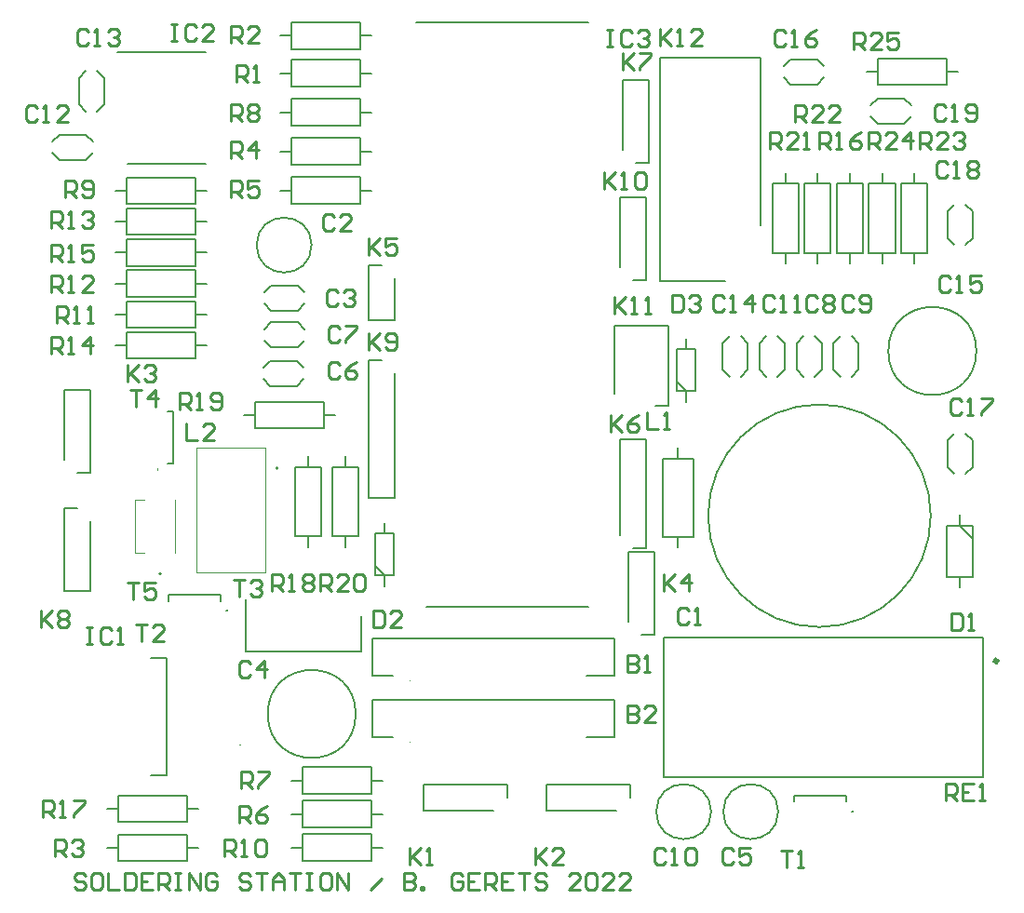
<source format=gto>
G04*
G04 #@! TF.GenerationSoftware,Altium Limited,Altium Designer,21.9.2 (33)*
G04*
G04 Layer_Color=65535*
%FSLAX25Y25*%
%MOIN*%
G70*
G04*
G04 #@! TF.SameCoordinates,FCC0D48B-1CBD-4A19-82D4-69B650A40008*
G04*
G04*
G04 #@! TF.FilePolarity,Positive*
G04*
G01*
G75*
%ADD10C,0.01575*%
%ADD11C,0.00787*%
%ADD12C,0.00394*%
%ADD13C,0.01000*%
D10*
X359381Y85953D02*
G03*
X359381Y85953I-495J0D01*
G01*
D11*
X307693Y32000D02*
G03*
X307299Y32000I-197J0D01*
G01*
D02*
G03*
X307693Y32000I197J0D01*
G01*
D02*
G03*
X307299Y32000I-197J0D01*
G01*
X83693Y103963D02*
G03*
X83299Y103963I-197J0D01*
G01*
D02*
G03*
X83693Y103963I197J0D01*
G01*
D02*
G03*
X83299Y103963I-197J0D01*
G01*
X58790Y154307D02*
G03*
X58790Y154701I0J197D01*
G01*
D02*
G03*
X58790Y154307I0J-197D01*
G01*
D02*
G03*
X58790Y154701I0J197D01*
G01*
X101811Y155000D02*
G03*
X101024Y155000I-394J0D01*
G01*
D02*
G03*
X101811Y155000I394J0D01*
G01*
X335547Y138000D02*
G03*
X335547Y138000I-39862J0D01*
G01*
X129638Y67000D02*
G03*
X129638Y67000I-15748J0D01*
G01*
X351858Y197000D02*
G03*
X351858Y197000I-15748J0D01*
G01*
X113842Y234937D02*
G03*
X113842Y234937I-9843J0D01*
G01*
X280906Y32000D02*
G03*
X280906Y32000I-9843J0D01*
G01*
X256906D02*
G03*
X256906Y32000I-9843J0D01*
G01*
X59213Y117255D02*
G03*
X60000Y117255I394J0D01*
G01*
D02*
G03*
X59213Y117255I-394J0D01*
G01*
X240000Y44236D02*
X354173D01*
X240000D02*
Y94236D01*
X354173D01*
Y44236D02*
Y94236D01*
X286630Y35543D02*
Y37630D01*
X305370D01*
Y35543D02*
Y37630D01*
X81370Y107506D02*
Y109592D01*
X62630D02*
X81370D01*
X62630Y107506D02*
Y109592D01*
X62334Y175370D02*
X64420D01*
Y156630D02*
Y175370D01*
X62334Y156630D02*
X64420D01*
X96800Y218000D02*
X99300Y220500D01*
X108800D01*
X111300Y218000D01*
X96800Y214000D02*
X99300Y211500D01*
X108800D01*
X111300Y214000D01*
X96500Y191000D02*
X99000Y193500D01*
X108500D01*
X111000Y191000D01*
X96500Y187000D02*
X99000Y184500D01*
X108500D01*
X111000Y187000D01*
X96800Y204802D02*
X99300Y207302D01*
X108800D01*
X111300Y204802D01*
X96800Y200802D02*
X99300Y198302D01*
X108800D01*
X111300Y200802D01*
X287447Y190300D02*
X289947Y187800D01*
X287447Y190300D02*
Y199800D01*
X289947Y202300D01*
X293947Y187800D02*
X296447Y190300D01*
Y199800D01*
X293947Y202300D02*
X296447Y199800D01*
X300667Y190300D02*
X303167Y187800D01*
X300667Y190300D02*
Y199800D01*
X303167Y202300D01*
X307167Y187800D02*
X309667Y190300D01*
Y199800D01*
X307167Y202300D02*
X309667Y199800D01*
X274226Y190300D02*
X276726Y187800D01*
X274226Y190300D02*
Y199800D01*
X276726Y202300D01*
X280726Y187800D02*
X283226Y190300D01*
Y199800D01*
X280726Y202300D02*
X283226Y199800D01*
X33000Y265500D02*
X35500Y268000D01*
X23500Y265500D02*
X33000D01*
X21000Y268000D02*
X23500Y265500D01*
X33000Y274500D02*
X35500Y272000D01*
X23500Y274500D02*
X33000D01*
X21000Y272000D02*
X23500Y274500D01*
X30500Y285300D02*
X33000Y282800D01*
X30500Y285300D02*
Y294800D01*
X33000Y297300D01*
X37000Y282800D02*
X39500Y285300D01*
Y294800D01*
X37000Y297300D02*
X39500Y294800D01*
X261006Y190300D02*
X263506Y187800D01*
X261006Y190300D02*
Y199800D01*
X263506Y202300D01*
X267506Y187800D02*
X270006Y190300D01*
Y199800D01*
X267506Y202300D02*
X270006Y199800D01*
X282800Y299000D02*
X285300Y301500D01*
X294800D01*
X297300Y299000D01*
X282800Y295000D02*
X285300Y292500D01*
X294800D01*
X297300Y295000D01*
X348000Y167500D02*
X350500Y165000D01*
Y155500D02*
Y165000D01*
X348000Y153000D02*
X350500Y155500D01*
X341500Y165000D02*
X344000Y167500D01*
X341500Y155500D02*
Y165000D01*
Y155500D02*
X344000Y153000D01*
X348000Y249500D02*
X350500Y247000D01*
Y237500D02*
Y247000D01*
X348000Y235000D02*
X350500Y237500D01*
X341500Y247000D02*
X344000Y249500D01*
X341500Y237500D02*
Y247000D01*
Y237500D02*
X344000Y235000D01*
X326000Y278500D02*
X328500Y281000D01*
X316500Y278500D02*
X326000D01*
X314000Y281000D02*
X316500Y278500D01*
X326000Y287500D02*
X328500Y285000D01*
X316500Y287500D02*
X326000D01*
X314000Y285000D02*
X316500Y287500D01*
X131748Y89421D02*
Y102000D01*
X90252Y89421D02*
X131748D01*
X90252D02*
Y107886D01*
X183772Y37000D02*
Y41598D01*
X154000D02*
X183772D01*
X154000Y32398D02*
Y41598D01*
Y32398D02*
X179000D01*
X227772Y37000D02*
Y41598D01*
X198000D02*
X227772D01*
X198000Y32398D02*
Y41598D01*
Y32398D02*
X223000D01*
X30000Y153228D02*
X34598D01*
Y183000D01*
X25398D02*
X34598D01*
X25398Y158000D02*
Y183000D01*
X25402Y140772D02*
X30000D01*
X25402Y111000D02*
Y140772D01*
Y111000D02*
X34602D01*
Y136000D01*
X237000Y177506D02*
X241598D01*
Y206206D01*
X222398D02*
X241598D01*
X222398Y181706D02*
Y206206D01*
X346000Y112228D02*
Y116000D01*
X341374Y116091D02*
X350626D01*
X346000Y134500D02*
Y138260D01*
Y134398D02*
X350626Y129772D01*
X341374Y134398D02*
X350626D01*
X341374Y116091D02*
Y134398D01*
X350626Y116091D02*
Y134398D01*
X238594Y222132D02*
X262000D01*
X238594Y302132D02*
X274618D01*
Y242132D02*
Y302132D01*
X238594Y222132D02*
Y302132D01*
X136614Y116575D02*
Y131551D01*
X143386D01*
Y116575D02*
Y131551D01*
X136614Y116575D02*
X143386D01*
X136614Y119961D02*
X140000Y116575D01*
Y112642D02*
Y116500D01*
Y132000D02*
Y135500D01*
X244614Y182575D02*
Y197551D01*
X251386D01*
Y182575D02*
Y197551D01*
X244614Y182575D02*
X251386D01*
X244614Y185961D02*
X248000Y182575D01*
Y178642D02*
Y182500D01*
Y198000D02*
Y201500D01*
X239508Y130528D02*
Y158520D01*
X250492D01*
Y130528D02*
Y158520D01*
X239508Y130528D02*
X250492D01*
X245000Y126543D02*
Y130500D01*
Y158500D02*
Y162457D01*
X56150Y86984D02*
X61937D01*
Y45016D02*
Y86984D01*
X56150Y45016D02*
X61937D01*
X134402Y144500D02*
X143602D01*
X134402Y193772D02*
X139000D01*
X134402Y144500D02*
Y193772D01*
X143602Y144500D02*
Y189000D01*
X224398Y131000D02*
Y165500D01*
X233598D01*
Y126228D02*
Y165500D01*
X229000Y126228D02*
X233598D01*
X232000Y95228D02*
X236598D01*
Y125000D01*
X227398D02*
X236598D01*
X227398Y100000D02*
Y125000D01*
X230000Y264228D02*
X234598D01*
Y294000D01*
X225398D02*
X234598D01*
X225398Y269000D02*
Y294000D01*
X229000Y222228D02*
X233598D01*
Y252000D01*
X224398D02*
X233598D01*
X224398Y227000D02*
Y252000D01*
X143602Y208000D02*
Y223000D01*
X134402Y208000D02*
X143602D01*
X134402D02*
Y227772D01*
X139000D01*
X212307Y80638D02*
X222406D01*
Y94142D01*
X135594D02*
X222406D01*
X135594Y80638D02*
Y94142D01*
Y80638D02*
X143016D01*
X212307Y58638D02*
X222406D01*
Y72142D01*
X135594D02*
X222406D01*
X135594Y58638D02*
Y72142D01*
Y58638D02*
X143016D01*
X106599Y291762D02*
X131402D01*
X106599Y301211D02*
X131402D01*
X131500Y296486D02*
X135260D01*
X131402Y291762D02*
Y301211D01*
X106599Y291762D02*
Y301211D01*
X102740Y296486D02*
X106500D01*
X106599Y305164D02*
X131402D01*
X106599Y314613D02*
X131402D01*
X131500Y309889D02*
X135260D01*
X131402Y305164D02*
Y314613D01*
X106599Y305164D02*
Y314613D01*
X102740Y309889D02*
X106500D01*
X44599Y14276D02*
X69402D01*
X44599Y23724D02*
X69402D01*
X69500Y19000D02*
X73260D01*
X69402Y14276D02*
Y23724D01*
X44599Y14276D02*
Y23724D01*
X40740Y19000D02*
X44500D01*
X106599Y263762D02*
X131402D01*
X106599Y273211D02*
X131402D01*
X131500Y268486D02*
X135260D01*
X131402Y263762D02*
Y273211D01*
X106599Y263762D02*
Y273211D01*
X102740Y268486D02*
X106500D01*
X106598Y259211D02*
X131401D01*
X106598Y249762D02*
X131401D01*
X102740Y254486D02*
X106500D01*
X106598Y249762D02*
Y259211D01*
X131401Y249762D02*
Y259211D01*
X131500Y254486D02*
X135260D01*
X110599Y26476D02*
X135402D01*
X110599Y35925D02*
X135402D01*
X135500Y31201D02*
X139260D01*
X135402Y26476D02*
Y35925D01*
X110599Y26476D02*
Y35925D01*
X106740Y31201D02*
X110500D01*
X110599Y38476D02*
X135402D01*
X110599Y47925D02*
X135402D01*
X135500Y43201D02*
X139260D01*
X135402Y38476D02*
Y47925D01*
X110599Y38476D02*
Y47925D01*
X106740Y43201D02*
X110500D01*
X106599Y277762D02*
X131402D01*
X106599Y287211D02*
X131402D01*
X131500Y282486D02*
X135260D01*
X131402Y277762D02*
Y287211D01*
X106599Y277762D02*
Y287211D01*
X102740Y282486D02*
X106500D01*
X47598Y259127D02*
X72401D01*
X47598Y249678D02*
X72401D01*
X43740Y254403D02*
X47500D01*
X47598Y249678D02*
Y259127D01*
X72401Y249678D02*
Y259127D01*
X72500Y254403D02*
X76260D01*
X110599Y14476D02*
X135402D01*
X110599Y23925D02*
X135402D01*
X135500Y19201D02*
X139260D01*
X135402Y14476D02*
Y23925D01*
X110599Y14476D02*
Y23925D01*
X106740Y19201D02*
X110500D01*
X47598Y214805D02*
X72401D01*
X47598Y205356D02*
X72401D01*
X43740Y210081D02*
X47500D01*
X47598Y205356D02*
Y214805D01*
X72401Y205356D02*
Y214805D01*
X72500Y210081D02*
X76260D01*
X47599Y216437D02*
X72402D01*
X47599Y225885D02*
X72402D01*
X72500Y221161D02*
X76260D01*
X72402Y216437D02*
Y225885D01*
X47599Y216437D02*
Y225885D01*
X43740Y221161D02*
X47500D01*
X47598Y248046D02*
X72401D01*
X47598Y238598D02*
X72401D01*
X43740Y243322D02*
X47500D01*
X47598Y238598D02*
Y248046D01*
X72401Y238598D02*
Y248046D01*
X72500Y243322D02*
X76260D01*
X47599Y194276D02*
X72402D01*
X47599Y203724D02*
X72402D01*
X72500Y199000D02*
X76260D01*
X72402Y194276D02*
Y203724D01*
X47599Y194276D02*
Y203724D01*
X43740Y199000D02*
X47500D01*
X47599Y227517D02*
X72402D01*
X47599Y236966D02*
X72402D01*
X72500Y232242D02*
X76260D01*
X72402Y227517D02*
Y236966D01*
X47599Y227517D02*
Y236966D01*
X43740Y232242D02*
X47500D01*
X301865Y232098D02*
Y256901D01*
X311314Y232098D02*
Y256901D01*
X306590Y228240D02*
Y232000D01*
X301865Y232098D02*
X311314D01*
X301865Y256901D02*
X311314D01*
X306590Y257000D02*
Y260760D01*
X44599Y28276D02*
X69402D01*
X44599Y37724D02*
X69402D01*
X69500Y33000D02*
X73260D01*
X69402Y28276D02*
Y37724D01*
X44599Y28276D02*
Y37724D01*
X40740Y33000D02*
X44500D01*
X117322Y130599D02*
Y155402D01*
X107873Y130599D02*
Y155402D01*
X112597Y155500D02*
Y159260D01*
X107873Y155402D02*
X117322D01*
X107873Y130599D02*
X117322D01*
X112597Y126740D02*
Y130500D01*
X93598Y178724D02*
X118401D01*
X93598Y169276D02*
X118401D01*
X89740Y174000D02*
X93500D01*
X93598Y169276D02*
Y178724D01*
X118401Y169276D02*
Y178724D01*
X118500Y174000D02*
X122260D01*
X121276Y130598D02*
Y155401D01*
X130724Y130598D02*
Y155401D01*
X126000Y126740D02*
Y130500D01*
X121276Y130598D02*
X130724D01*
X121276Y155401D02*
X130724D01*
X126000Y155500D02*
Y159260D01*
X278776Y232098D02*
Y256901D01*
X288224Y232098D02*
Y256901D01*
X283500Y228240D02*
Y232000D01*
X278776Y232098D02*
X288224D01*
X278776Y256901D02*
X288224D01*
X283500Y257000D02*
Y260760D01*
X290320Y232098D02*
Y256901D01*
X299769Y232098D02*
Y256901D01*
X295045Y228240D02*
Y232000D01*
X290320Y232098D02*
X299769D01*
X290320Y256901D02*
X299769D01*
X295045Y257000D02*
Y260760D01*
X334404Y232099D02*
Y256902D01*
X324955Y232099D02*
Y256902D01*
X329680Y257000D02*
Y260760D01*
X324955Y256902D02*
X334404D01*
X324955Y232099D02*
X334404D01*
X329680Y228240D02*
Y232000D01*
X322859Y232099D02*
Y256902D01*
X313410Y232099D02*
Y256902D01*
X318135Y257000D02*
Y260760D01*
X313410Y256902D02*
X322859D01*
X313410Y232099D02*
X322859D01*
X318135Y228240D02*
Y232000D01*
X316599Y292276D02*
X341402D01*
X316599Y301724D02*
X341402D01*
X341500Y297000D02*
X345260D01*
X341402Y292276D02*
Y301724D01*
X316599Y292276D02*
Y301724D01*
X312740Y297000D02*
X316500D01*
X151295Y314748D02*
X213000D01*
X155000Y105252D02*
X213000D01*
X48000Y264000D02*
X76000D01*
X44346Y304000D02*
X76000D01*
D12*
X88039Y55764D02*
G03*
X88433Y55764I197J0D01*
G01*
D02*
G03*
X88039Y55764I-197J0D01*
G01*
X149000Y78701D02*
G03*
X149000Y79094I0J197D01*
G01*
D02*
G03*
X149000Y78701I0J-197D01*
G01*
Y56701D02*
G03*
X149000Y57095I0J197D01*
G01*
D02*
G03*
X149000Y56701I0J-197D01*
G01*
X72598Y117598D02*
X97402D01*
X72598D02*
Y162402D01*
X97402D01*
Y117598D02*
Y162402D01*
X64823Y124814D02*
Y143554D01*
X50571Y124814D02*
X54094D01*
X50571D02*
Y143554D01*
X54094D01*
D13*
X32999Y8998D02*
X31999Y9998D01*
X30000D01*
X29000Y8998D01*
Y7999D01*
X30000Y6999D01*
X31999D01*
X32999Y5999D01*
Y5000D01*
X31999Y4000D01*
X30000D01*
X29000Y5000D01*
X37997Y9998D02*
X35998D01*
X34998Y8998D01*
Y5000D01*
X35998Y4000D01*
X37997D01*
X38997Y5000D01*
Y8998D01*
X37997Y9998D01*
X40996D02*
Y4000D01*
X44995D01*
X46994Y9998D02*
Y4000D01*
X49993D01*
X50993Y5000D01*
Y8998D01*
X49993Y9998D01*
X46994D01*
X56991D02*
X52992D01*
Y4000D01*
X56991D01*
X52992Y6999D02*
X54992D01*
X58990Y4000D02*
Y9998D01*
X61989D01*
X62989Y8998D01*
Y6999D01*
X61989Y5999D01*
X58990D01*
X60990D02*
X62989Y4000D01*
X64988Y9998D02*
X66988D01*
X65988D01*
Y4000D01*
X64988D01*
X66988D01*
X69987D02*
Y9998D01*
X73985Y4000D01*
Y9998D01*
X79984Y8998D02*
X78984Y9998D01*
X76985D01*
X75985Y8998D01*
Y5000D01*
X76985Y4000D01*
X78984D01*
X79984Y5000D01*
Y6999D01*
X77984D01*
X91980Y8998D02*
X90980Y9998D01*
X88981D01*
X87981Y8998D01*
Y7999D01*
X88981Y6999D01*
X90980D01*
X91980Y5999D01*
Y5000D01*
X90980Y4000D01*
X88981D01*
X87981Y5000D01*
X93979Y9998D02*
X97978D01*
X95978D01*
Y4000D01*
X99977D02*
Y7999D01*
X101976Y9998D01*
X103976Y7999D01*
Y4000D01*
Y6999D01*
X99977D01*
X105975Y9998D02*
X109974D01*
X107975D01*
Y4000D01*
X111973Y9998D02*
X113972D01*
X112973D01*
Y4000D01*
X111973D01*
X113972D01*
X119971Y9998D02*
X117971D01*
X116972Y8998D01*
Y5000D01*
X117971Y4000D01*
X119971D01*
X120970Y5000D01*
Y8998D01*
X119971Y9998D01*
X122970Y4000D02*
Y9998D01*
X126968Y4000D01*
Y9998D01*
X134966Y4000D02*
X138964Y7999D01*
X146962Y9998D02*
Y4000D01*
X149961D01*
X150961Y5000D01*
Y5999D01*
X149961Y6999D01*
X146962D01*
X149961D01*
X150961Y7999D01*
Y8998D01*
X149961Y9998D01*
X146962D01*
X152960Y4000D02*
Y5000D01*
X153960D01*
Y4000D01*
X152960D01*
X167955Y8998D02*
X166955Y9998D01*
X164956D01*
X163956Y8998D01*
Y5000D01*
X164956Y4000D01*
X166955D01*
X167955Y5000D01*
Y6999D01*
X165956D01*
X173953Y9998D02*
X169954D01*
Y4000D01*
X173953D01*
X169954Y6999D02*
X171954D01*
X175952Y4000D02*
Y9998D01*
X178952D01*
X179951Y8998D01*
Y6999D01*
X178952Y5999D01*
X175952D01*
X177952D02*
X179951Y4000D01*
X185949Y9998D02*
X181950D01*
Y4000D01*
X185949D01*
X181950Y6999D02*
X183950D01*
X187949Y9998D02*
X191947D01*
X189948D01*
Y4000D01*
X197945Y8998D02*
X196946Y9998D01*
X194946D01*
X193947Y8998D01*
Y7999D01*
X194946Y6999D01*
X196946D01*
X197945Y5999D01*
Y5000D01*
X196946Y4000D01*
X194946D01*
X193947Y5000D01*
X209942Y4000D02*
X205943D01*
X209942Y7999D01*
Y8998D01*
X208942Y9998D01*
X206942D01*
X205943Y8998D01*
X211941D02*
X212941Y9998D01*
X214940D01*
X215939Y8998D01*
Y5000D01*
X214940Y4000D01*
X212941D01*
X211941Y5000D01*
Y8998D01*
X221938Y4000D02*
X217939D01*
X221938Y7999D01*
Y8998D01*
X220938Y9998D01*
X218939D01*
X217939Y8998D01*
X227936Y4000D02*
X223937D01*
X227936Y7999D01*
Y8998D01*
X226936Y9998D01*
X224937D01*
X223937Y8998D01*
X48002Y113999D02*
X52000D01*
X50001D01*
Y108001D01*
X57998Y113999D02*
X54000D01*
Y111000D01*
X55999Y112000D01*
X56999D01*
X57998Y111000D01*
Y109001D01*
X56999Y108001D01*
X54999D01*
X54000Y109001D01*
X49002Y182999D02*
X53000D01*
X51001D01*
Y177001D01*
X57999D02*
Y182999D01*
X55000Y180000D01*
X58998D01*
X86002Y114999D02*
X90000D01*
X88001D01*
Y109001D01*
X92000Y113999D02*
X92999Y114999D01*
X94999D01*
X95998Y113999D01*
Y113000D01*
X94999Y112000D01*
X93999D01*
X94999D01*
X95998Y111000D01*
Y110001D01*
X94999Y109001D01*
X92999D01*
X92000Y110001D01*
X51002Y98999D02*
X55000D01*
X53001D01*
Y93001D01*
X60998D02*
X57000D01*
X60998Y97000D01*
Y97999D01*
X59999Y98999D01*
X57999D01*
X57000Y97999D01*
X282001Y17999D02*
X286000D01*
X284001D01*
Y12001D01*
X287999D02*
X289999D01*
X288999D01*
Y17999D01*
X287999Y16999D01*
X341002Y36001D02*
Y41999D01*
X344001D01*
X345001Y40999D01*
Y39000D01*
X344001Y38000D01*
X341002D01*
X343002D02*
X345001Y36001D01*
X350999Y41999D02*
X347000D01*
Y36001D01*
X350999D01*
X347000Y39000D02*
X349000D01*
X352998Y36001D02*
X354998D01*
X353998D01*
Y41999D01*
X352998Y40999D01*
X308003Y305001D02*
Y310999D01*
X311002D01*
X312001Y309999D01*
Y308000D01*
X311002Y307000D01*
X308003D01*
X310002D02*
X312001Y305001D01*
X317999D02*
X314001D01*
X317999Y309000D01*
Y309999D01*
X317000Y310999D01*
X315000D01*
X314001Y309999D01*
X323997Y310999D02*
X319999D01*
Y308000D01*
X321998Y309000D01*
X322998D01*
X323997Y308000D01*
Y306001D01*
X322998Y305001D01*
X320998D01*
X319999Y306001D01*
X313137Y269501D02*
Y275499D01*
X316136D01*
X317136Y274499D01*
Y272500D01*
X316136Y271500D01*
X313137D01*
X315137D02*
X317136Y269501D01*
X323134D02*
X319135D01*
X323134Y273500D01*
Y274499D01*
X322134Y275499D01*
X320135D01*
X319135Y274499D01*
X328132Y269501D02*
Y275499D01*
X325133Y272500D01*
X329132D01*
X331682Y269501D02*
Y275499D01*
X334681D01*
X335681Y274499D01*
Y272500D01*
X334681Y271500D01*
X331682D01*
X333682D02*
X335681Y269501D01*
X341679D02*
X337680D01*
X341679Y273500D01*
Y274499D01*
X340679Y275499D01*
X338680D01*
X337680Y274499D01*
X343678D02*
X344678Y275499D01*
X346677D01*
X347677Y274499D01*
Y273500D01*
X346677Y272500D01*
X345678D01*
X346677D01*
X347677Y271500D01*
Y270501D01*
X346677Y269501D01*
X344678D01*
X343678Y270501D01*
X287003Y279001D02*
Y284999D01*
X290002D01*
X291001Y283999D01*
Y282000D01*
X290002Y281000D01*
X287003D01*
X289002D02*
X291001Y279001D01*
X296999D02*
X293001D01*
X296999Y283000D01*
Y283999D01*
X296000Y284999D01*
X294000D01*
X293001Y283999D01*
X302997Y279001D02*
X298999D01*
X302997Y283000D01*
Y283999D01*
X301998Y284999D01*
X299998D01*
X298999Y283999D01*
X278002Y269501D02*
Y275499D01*
X281001D01*
X282001Y274499D01*
Y272500D01*
X281001Y271500D01*
X278002D01*
X280002D02*
X282001Y269501D01*
X287999D02*
X284000D01*
X287999Y273500D01*
Y274499D01*
X286999Y275499D01*
X285000D01*
X284000Y274499D01*
X289998Y269501D02*
X291998D01*
X290998D01*
Y275499D01*
X289998Y274499D01*
X117003Y111001D02*
Y116999D01*
X120002D01*
X121001Y115999D01*
Y114000D01*
X120002Y113000D01*
X117003D01*
X119002D02*
X121001Y111001D01*
X126999D02*
X123001D01*
X126999Y115000D01*
Y115999D01*
X126000Y116999D01*
X124000D01*
X123001Y115999D01*
X128999D02*
X129998Y116999D01*
X131998D01*
X132997Y115999D01*
Y112001D01*
X131998Y111001D01*
X129998D01*
X128999Y112001D01*
Y115999D01*
X66502Y176001D02*
Y181999D01*
X69502D01*
X70501Y180999D01*
Y179000D01*
X69502Y178000D01*
X66502D01*
X68502D02*
X70501Y176001D01*
X72500D02*
X74500D01*
X73500D01*
Y181999D01*
X72500Y180999D01*
X77499Y177001D02*
X78499Y176001D01*
X80498D01*
X81498Y177001D01*
Y180999D01*
X80498Y181999D01*
X78499D01*
X77499Y180999D01*
Y180000D01*
X78499Y179000D01*
X81498D01*
X99502Y111001D02*
Y116999D01*
X102501D01*
X103501Y115999D01*
Y114000D01*
X102501Y113000D01*
X99502D01*
X101502D02*
X103501Y111001D01*
X105500D02*
X107500D01*
X106500D01*
Y116999D01*
X105500Y115999D01*
X110499D02*
X111499Y116999D01*
X113498D01*
X114498Y115999D01*
Y115000D01*
X113498Y114000D01*
X114498Y113000D01*
Y112001D01*
X113498Y111001D01*
X111499D01*
X110499Y112001D01*
Y113000D01*
X111499Y114000D01*
X110499Y115000D01*
Y115999D01*
X111499Y114000D02*
X113498D01*
X17502Y30001D02*
Y35999D01*
X20502D01*
X21501Y34999D01*
Y33000D01*
X20502Y32000D01*
X17502D01*
X19502D02*
X21501Y30001D01*
X23501D02*
X25500D01*
X24500D01*
Y35999D01*
X23501Y34999D01*
X28499Y35999D02*
X32498D01*
Y34999D01*
X28499Y31001D01*
Y30001D01*
X295502Y269501D02*
Y275499D01*
X298501D01*
X299501Y274499D01*
Y272500D01*
X298501Y271500D01*
X295502D01*
X297502D02*
X299501Y269501D01*
X301501D02*
X303500D01*
X302500D01*
Y275499D01*
X301501Y274499D01*
X310498Y275499D02*
X308498Y274499D01*
X306499Y272500D01*
Y270501D01*
X307499Y269501D01*
X309498D01*
X310498Y270501D01*
Y271500D01*
X309498Y272500D01*
X306499D01*
X20503Y229001D02*
Y234999D01*
X23502D01*
X24501Y233999D01*
Y232000D01*
X23502Y231000D01*
X20503D01*
X22502D02*
X24501Y229001D01*
X26501D02*
X28500D01*
X27501D01*
Y234999D01*
X26501Y233999D01*
X35498Y234999D02*
X31499D01*
Y232000D01*
X33498Y233000D01*
X34498D01*
X35498Y232000D01*
Y230001D01*
X34498Y229001D01*
X32499D01*
X31499Y230001D01*
X20503Y196001D02*
Y201999D01*
X23502D01*
X24501Y200999D01*
Y199000D01*
X23502Y198000D01*
X20503D01*
X22502D02*
X24501Y196001D01*
X26501D02*
X28500D01*
X27501D01*
Y201999D01*
X26501Y200999D01*
X34498Y196001D02*
Y201999D01*
X31499Y199000D01*
X35498D01*
X20503Y241001D02*
Y246999D01*
X23502D01*
X24501Y245999D01*
Y244000D01*
X23502Y243000D01*
X20503D01*
X22502D02*
X24501Y241001D01*
X26501D02*
X28500D01*
X27501D01*
Y246999D01*
X26501Y245999D01*
X31499D02*
X32499Y246999D01*
X34498D01*
X35498Y245999D01*
Y245000D01*
X34498Y244000D01*
X33498D01*
X34498D01*
X35498Y243000D01*
Y242001D01*
X34498Y241001D01*
X32499D01*
X31499Y242001D01*
X20503Y218001D02*
Y223999D01*
X23502D01*
X24501Y222999D01*
Y221000D01*
X23502Y220000D01*
X20503D01*
X22502D02*
X24501Y218001D01*
X26501D02*
X28500D01*
X27501D01*
Y223999D01*
X26501Y222999D01*
X35498Y218001D02*
X31499D01*
X35498Y222000D01*
Y222999D01*
X34498Y223999D01*
X32499D01*
X31499Y222999D01*
X22502Y207001D02*
Y212999D01*
X25501D01*
X26501Y211999D01*
Y210000D01*
X25501Y209000D01*
X22502D01*
X24501D02*
X26501Y207001D01*
X28500D02*
X30500D01*
X29500D01*
Y212999D01*
X28500Y211999D01*
X33499Y207001D02*
X35498D01*
X34498D01*
Y212999D01*
X33499Y211999D01*
X82502Y16001D02*
Y21999D01*
X85501D01*
X86501Y20999D01*
Y19000D01*
X85501Y18000D01*
X82502D01*
X84502D02*
X86501Y16001D01*
X88500D02*
X90500D01*
X89500D01*
Y21999D01*
X88500Y20999D01*
X93499D02*
X94499Y21999D01*
X96498D01*
X97498Y20999D01*
Y17001D01*
X96498Y16001D01*
X94499D01*
X93499Y17001D01*
Y20999D01*
X25501Y252001D02*
Y257999D01*
X28500D01*
X29500Y256999D01*
Y255000D01*
X28500Y254000D01*
X25501D01*
X27501D02*
X29500Y252001D01*
X31499Y253001D02*
X32499Y252001D01*
X34498D01*
X35498Y253001D01*
Y256999D01*
X34498Y257999D01*
X32499D01*
X31499Y256999D01*
Y256000D01*
X32499Y255000D01*
X35498D01*
X85001Y279487D02*
Y285485D01*
X88000D01*
X89000Y284486D01*
Y282486D01*
X88000Y281487D01*
X85001D01*
X87001D02*
X89000Y279487D01*
X90999Y284486D02*
X91999Y285485D01*
X93998D01*
X94998Y284486D01*
Y283486D01*
X93998Y282486D01*
X94998Y281487D01*
Y280487D01*
X93998Y279487D01*
X91999D01*
X90999Y280487D01*
Y281487D01*
X91999Y282486D01*
X90999Y283486D01*
Y284486D01*
X91999Y282486D02*
X93998D01*
X88692Y40271D02*
Y46269D01*
X91691D01*
X92690Y45269D01*
Y43270D01*
X91691Y42270D01*
X88692D01*
X90691D02*
X92690Y40271D01*
X94690Y46269D02*
X98688D01*
Y45269D01*
X94690Y41270D01*
Y40271D01*
X88002Y28001D02*
Y33999D01*
X91001D01*
X92000Y32999D01*
Y31000D01*
X91001Y30000D01*
X88002D01*
X90001D02*
X92000Y28001D01*
X97998Y33999D02*
X95999Y32999D01*
X94000Y31000D01*
Y29001D01*
X94999Y28001D01*
X96999D01*
X97998Y29001D01*
Y30000D01*
X96999Y31000D01*
X94000D01*
X85001Y252001D02*
Y257999D01*
X88000D01*
X89000Y256999D01*
Y255000D01*
X88000Y254000D01*
X85001D01*
X87001D02*
X89000Y252001D01*
X94998Y257999D02*
X90999D01*
Y255000D01*
X92999Y256000D01*
X93998D01*
X94998Y255000D01*
Y253001D01*
X93998Y252001D01*
X91999D01*
X90999Y253001D01*
X85001Y266001D02*
Y271999D01*
X88000D01*
X89000Y270999D01*
Y269000D01*
X88000Y268000D01*
X85001D01*
X87001D02*
X89000Y266001D01*
X93998D02*
Y271999D01*
X90999Y269000D01*
X94998D01*
X22002Y16001D02*
Y21999D01*
X25001D01*
X26000Y20999D01*
Y19000D01*
X25001Y18000D01*
X22002D01*
X24001D02*
X26000Y16001D01*
X28000Y20999D02*
X28999Y21999D01*
X30999D01*
X31998Y20999D01*
Y20000D01*
X30999Y19000D01*
X29999D01*
X30999D01*
X31998Y18000D01*
Y17001D01*
X30999Y16001D01*
X28999D01*
X28000Y17001D01*
X85001Y307487D02*
Y313485D01*
X88000D01*
X89000Y312486D01*
Y310486D01*
X88000Y309487D01*
X85001D01*
X87001D02*
X89000Y307487D01*
X94998D02*
X90999D01*
X94998Y311486D01*
Y312486D01*
X93998Y313485D01*
X91999D01*
X90999Y312486D01*
X87001Y293487D02*
Y299485D01*
X90000D01*
X90999Y298486D01*
Y296486D01*
X90000Y295486D01*
X87001D01*
X89000D02*
X90999Y293487D01*
X92999D02*
X94998D01*
X93998D01*
Y299485D01*
X92999Y298486D01*
X69002Y170999D02*
Y165001D01*
X73000D01*
X78998D02*
X75000D01*
X78998Y169000D01*
Y169999D01*
X77999Y170999D01*
X75999D01*
X75000Y169999D01*
X234001Y174999D02*
Y169001D01*
X238000D01*
X239999D02*
X241999D01*
X240999D01*
Y174999D01*
X239999Y173999D01*
X238500Y312230D02*
Y306231D01*
Y308231D01*
X242499Y312230D01*
X239500Y309230D01*
X242499Y306231D01*
X244498D02*
X246497D01*
X245498D01*
Y312230D01*
X244498Y311230D01*
X253495Y306231D02*
X249496D01*
X253495Y310230D01*
Y311230D01*
X252496Y312230D01*
X250496D01*
X249496Y311230D01*
X222300Y216298D02*
Y210300D01*
Y212299D01*
X226299Y216298D01*
X223300Y213299D01*
X226299Y210300D01*
X228298D02*
X230297D01*
X229298D01*
Y216298D01*
X228298Y215298D01*
X233296Y210300D02*
X235296D01*
X234296D01*
Y216298D01*
X233296Y215298D01*
X218502Y260999D02*
Y255001D01*
Y257000D01*
X222501Y260999D01*
X219502Y258000D01*
X222501Y255001D01*
X224500D02*
X226500D01*
X225500D01*
Y260999D01*
X224500Y259999D01*
X229499D02*
X230499Y260999D01*
X232498D01*
X233498Y259999D01*
Y256001D01*
X232498Y255001D01*
X230499D01*
X229499Y256001D01*
Y259999D01*
X134300Y203298D02*
Y197300D01*
Y199299D01*
X138299Y203298D01*
X135300Y200299D01*
X138299Y197300D01*
X140298Y198300D02*
X141298Y197300D01*
X143297D01*
X144297Y198300D01*
Y202298D01*
X143297Y203298D01*
X141298D01*
X140298Y202298D01*
Y201299D01*
X141298Y200299D01*
X144297D01*
X17002Y103999D02*
Y98001D01*
Y100000D01*
X21000Y103999D01*
X18001Y101000D01*
X21000Y98001D01*
X23000Y102999D02*
X23999Y103999D01*
X25999D01*
X26998Y102999D01*
Y102000D01*
X25999Y101000D01*
X26998Y100000D01*
Y99001D01*
X25999Y98001D01*
X23999D01*
X23000Y99001D01*
Y100000D01*
X23999Y101000D01*
X23000Y102000D01*
Y102999D01*
X23999Y101000D02*
X25999D01*
X225300Y303598D02*
Y297600D01*
Y299599D01*
X229299Y303598D01*
X226300Y300599D01*
X229299Y297600D01*
X231298Y303598D02*
X235297D01*
Y302598D01*
X231298Y298600D01*
Y297600D01*
X221002Y173999D02*
Y168001D01*
Y170000D01*
X225000Y173999D01*
X222001Y171000D01*
X225000Y168001D01*
X230998Y173999D02*
X228999Y172999D01*
X227000Y171000D01*
Y169001D01*
X227999Y168001D01*
X229999D01*
X230998Y169001D01*
Y170000D01*
X229999Y171000D01*
X227000D01*
X134300Y237298D02*
Y231300D01*
Y233299D01*
X138299Y237298D01*
X135300Y234299D01*
X138299Y231300D01*
X144297Y237298D02*
X140298D01*
Y234299D01*
X142297Y235299D01*
X143297D01*
X144297Y234299D01*
Y232300D01*
X143297Y231300D01*
X141298D01*
X140298Y232300D01*
X240002Y116999D02*
Y111001D01*
Y113000D01*
X244000Y116999D01*
X241001Y114000D01*
X244000Y111001D01*
X248999D02*
Y116999D01*
X246000Y114000D01*
X249998D01*
X48002Y191999D02*
Y186001D01*
Y188000D01*
X52000Y191999D01*
X49001Y189000D01*
X52000Y186001D01*
X54000Y190999D02*
X54999Y191999D01*
X56999D01*
X57998Y190999D01*
Y190000D01*
X56999Y189000D01*
X55999D01*
X56999D01*
X57998Y188000D01*
Y187001D01*
X56999Y186001D01*
X54999D01*
X54000Y187001D01*
X194002Y18999D02*
Y13001D01*
Y15000D01*
X198000Y18999D01*
X195001Y16000D01*
X198000Y13001D01*
X203998D02*
X200000D01*
X203998Y17000D01*
Y17999D01*
X202999Y18999D01*
X200999D01*
X200000Y17999D01*
X149001Y18999D02*
Y13001D01*
Y15000D01*
X153000Y18999D01*
X150001Y16000D01*
X153000Y13001D01*
X154999D02*
X156999D01*
X155999D01*
Y18999D01*
X154999Y17999D01*
X219502Y311999D02*
X221502D01*
X220502D01*
Y306001D01*
X219502D01*
X221502D01*
X228500Y310999D02*
X227500Y311999D01*
X225500D01*
X224501Y310999D01*
Y307001D01*
X225500Y306001D01*
X227500D01*
X228500Y307001D01*
X230499Y310999D02*
X231499Y311999D01*
X233498D01*
X234498Y310999D01*
Y310000D01*
X233498Y309000D01*
X232498D01*
X233498D01*
X234498Y308000D01*
Y307001D01*
X233498Y306001D01*
X231499D01*
X230499Y307001D01*
X63502Y313999D02*
X65502D01*
X64502D01*
Y308001D01*
X63502D01*
X65502D01*
X72500Y312999D02*
X71500Y313999D01*
X69500D01*
X68501Y312999D01*
Y309001D01*
X69500Y308001D01*
X71500D01*
X72500Y309001D01*
X78498Y308001D02*
X74499D01*
X78498Y312000D01*
Y312999D01*
X77498Y313999D01*
X75499D01*
X74499Y312999D01*
X33325Y97999D02*
X35324D01*
X34325D01*
Y92001D01*
X33325D01*
X35324D01*
X42322Y96999D02*
X41322Y97999D01*
X39323D01*
X38323Y96999D01*
Y93001D01*
X39323Y92001D01*
X41322D01*
X42322Y93001D01*
X44321Y92001D02*
X46321D01*
X45321D01*
Y97999D01*
X44321Y96999D01*
X243002Y216999D02*
Y211001D01*
X246001D01*
X247000Y212001D01*
Y215999D01*
X246001Y216999D01*
X243002D01*
X249000Y215999D02*
X249999Y216999D01*
X251999D01*
X252998Y215999D01*
Y215000D01*
X251999Y214000D01*
X250999D01*
X251999D01*
X252998Y213000D01*
Y212001D01*
X251999Y211001D01*
X249999D01*
X249000Y212001D01*
X136002Y103999D02*
Y98001D01*
X139001D01*
X140000Y99001D01*
Y102999D01*
X139001Y103999D01*
X136002D01*
X145998Y98001D02*
X142000D01*
X145998Y102000D01*
Y102999D01*
X144999Y103999D01*
X142999D01*
X142000Y102999D01*
X343001Y102999D02*
Y97001D01*
X346000D01*
X347000Y98001D01*
Y101999D01*
X346000Y102999D01*
X343001D01*
X348999Y97001D02*
X350999D01*
X349999D01*
Y102999D01*
X348999Y101999D01*
X340801Y284333D02*
X339802Y285332D01*
X337802D01*
X336802Y284333D01*
Y280334D01*
X337802Y279334D01*
X339802D01*
X340801Y280334D01*
X342800Y279334D02*
X344800D01*
X343800D01*
Y285332D01*
X342800Y284333D01*
X347799Y280334D02*
X348798Y279334D01*
X350798D01*
X351798Y280334D01*
Y284333D01*
X350798Y285332D01*
X348798D01*
X347799Y284333D01*
Y283333D01*
X348798Y282333D01*
X351798D01*
X341501Y263999D02*
X340501Y264999D01*
X338502D01*
X337502Y263999D01*
Y260001D01*
X338502Y259001D01*
X340501D01*
X341501Y260001D01*
X343500Y259001D02*
X345500D01*
X344500D01*
Y264999D01*
X343500Y263999D01*
X348499D02*
X349499Y264999D01*
X351498D01*
X352498Y263999D01*
Y263000D01*
X351498Y262000D01*
X352498Y261000D01*
Y260001D01*
X351498Y259001D01*
X349499D01*
X348499Y260001D01*
Y261000D01*
X349499Y262000D01*
X348499Y263000D01*
Y263999D01*
X349499Y262000D02*
X351498D01*
X346501Y178999D02*
X345501Y179999D01*
X343502D01*
X342502Y178999D01*
Y175001D01*
X343502Y174001D01*
X345501D01*
X346501Y175001D01*
X348500Y174001D02*
X350500D01*
X349500D01*
Y179999D01*
X348500Y178999D01*
X353499Y179999D02*
X357498D01*
Y178999D01*
X353499Y175001D01*
Y174001D01*
X283501Y310999D02*
X282502Y311999D01*
X280502D01*
X279502Y310999D01*
Y307001D01*
X280502Y306001D01*
X282502D01*
X283501Y307001D01*
X285501Y306001D02*
X287500D01*
X286500D01*
Y311999D01*
X285501Y310999D01*
X294498Y311999D02*
X292498Y310999D01*
X290499Y309000D01*
Y307001D01*
X291498Y306001D01*
X293498D01*
X294498Y307001D01*
Y308000D01*
X293498Y309000D01*
X290499D01*
X342501Y222999D02*
X341501Y223999D01*
X339502D01*
X338502Y222999D01*
Y219001D01*
X339502Y218001D01*
X341501D01*
X342501Y219001D01*
X344500Y218001D02*
X346500D01*
X345500D01*
Y223999D01*
X344500Y222999D01*
X353498Y223999D02*
X349499D01*
Y221000D01*
X351498Y222000D01*
X352498D01*
X353498Y221000D01*
Y219001D01*
X352498Y218001D01*
X350499D01*
X349499Y219001D01*
X261501Y215999D02*
X260502Y216999D01*
X258502D01*
X257502Y215999D01*
Y212001D01*
X258502Y211001D01*
X260502D01*
X261501Y212001D01*
X263500Y211001D02*
X265500D01*
X264500D01*
Y216999D01*
X263500Y215999D01*
X271498Y211001D02*
Y216999D01*
X268499Y214000D01*
X272498D01*
X33899Y311398D02*
X32899Y312398D01*
X30900D01*
X29900Y311398D01*
Y307400D01*
X30900Y306400D01*
X32899D01*
X33899Y307400D01*
X35898Y306400D02*
X37897D01*
X36898D01*
Y312398D01*
X35898Y311398D01*
X40896D02*
X41896Y312398D01*
X43896D01*
X44895Y311398D01*
Y310399D01*
X43896Y309399D01*
X42896D01*
X43896D01*
X44895Y308399D01*
Y307400D01*
X43896Y306400D01*
X41896D01*
X40896Y307400D01*
X15501Y283999D02*
X14502Y284999D01*
X12502D01*
X11502Y283999D01*
Y280001D01*
X12502Y279001D01*
X14502D01*
X15501Y280001D01*
X17501Y279001D02*
X19500D01*
X18500D01*
Y284999D01*
X17501Y283999D01*
X26498Y279001D02*
X22499D01*
X26498Y283000D01*
Y283999D01*
X25498Y284999D01*
X23499D01*
X22499Y283999D01*
X279501Y215999D02*
X278501Y216999D01*
X276502D01*
X275502Y215999D01*
Y212001D01*
X276502Y211001D01*
X278501D01*
X279501Y212001D01*
X281500Y211001D02*
X283500D01*
X282500D01*
Y216999D01*
X281500Y215999D01*
X286498Y211001D02*
X288498D01*
X287498D01*
Y216999D01*
X286498Y215999D01*
X240501Y17999D02*
X239502Y18999D01*
X237502D01*
X236502Y17999D01*
Y14001D01*
X237502Y13001D01*
X239502D01*
X240501Y14001D01*
X242500Y13001D02*
X244500D01*
X243500D01*
Y18999D01*
X242500Y17999D01*
X247499D02*
X248499Y18999D01*
X250498D01*
X251498Y17999D01*
Y14001D01*
X250498Y13001D01*
X248499D01*
X247499Y14001D01*
Y17999D01*
X308000Y215999D02*
X307001Y216999D01*
X305001D01*
X304002Y215999D01*
Y212001D01*
X305001Y211001D01*
X307001D01*
X308000Y212001D01*
X310000D02*
X310999Y211001D01*
X312999D01*
X313998Y212001D01*
Y215999D01*
X312999Y216999D01*
X310999D01*
X310000Y215999D01*
Y215000D01*
X310999Y214000D01*
X313998D01*
X295000Y215999D02*
X294001Y216999D01*
X292001D01*
X291002Y215999D01*
Y212001D01*
X292001Y211001D01*
X294001D01*
X295000Y212001D01*
X297000Y215999D02*
X297999Y216999D01*
X299999D01*
X300998Y215999D01*
Y215000D01*
X299999Y214000D01*
X300998Y213000D01*
Y212001D01*
X299999Y211001D01*
X297999D01*
X297000Y212001D01*
Y213000D01*
X297999Y214000D01*
X297000Y215000D01*
Y215999D01*
X297999Y214000D02*
X299999D01*
X124000Y204999D02*
X123001Y205999D01*
X121001D01*
X120002Y204999D01*
Y201001D01*
X121001Y200001D01*
X123001D01*
X124000Y201001D01*
X126000Y205999D02*
X129998D01*
Y204999D01*
X126000Y201001D01*
Y200001D01*
X124000Y191999D02*
X123001Y192999D01*
X121001D01*
X120002Y191999D01*
Y188001D01*
X121001Y187001D01*
X123001D01*
X124000Y188001D01*
X129998Y192999D02*
X127999Y191999D01*
X126000Y190000D01*
Y188001D01*
X126999Y187001D01*
X128999D01*
X129998Y188001D01*
Y189000D01*
X128999Y190000D01*
X126000D01*
X265000Y17999D02*
X264001Y18999D01*
X262001D01*
X261002Y17999D01*
Y14001D01*
X262001Y13001D01*
X264001D01*
X265000Y14001D01*
X270998Y18999D02*
X267000D01*
Y16000D01*
X268999Y17000D01*
X269999D01*
X270998Y16000D01*
Y14001D01*
X269999Y13001D01*
X267999D01*
X267000Y14001D01*
X92000Y84999D02*
X91001Y85999D01*
X89001D01*
X88002Y84999D01*
Y81001D01*
X89001Y80001D01*
X91001D01*
X92000Y81001D01*
X96999Y80001D02*
Y85999D01*
X94000Y83000D01*
X97998D01*
X123300Y217999D02*
X122301Y218999D01*
X120301D01*
X119302Y217999D01*
Y214001D01*
X120301Y213001D01*
X122301D01*
X123300Y214001D01*
X125300Y217999D02*
X126299Y218999D01*
X128299D01*
X129298Y217999D01*
Y217000D01*
X128299Y216000D01*
X127299D01*
X128299D01*
X129298Y215000D01*
Y214001D01*
X128299Y213001D01*
X126299D01*
X125300Y214001D01*
X122000Y244999D02*
X121001Y245999D01*
X119001D01*
X118002Y244999D01*
Y241001D01*
X119001Y240001D01*
X121001D01*
X122000Y241001D01*
X127998Y240001D02*
X124000D01*
X127998Y244000D01*
Y244999D01*
X126999Y245999D01*
X124999D01*
X124000Y244999D01*
X249000Y103999D02*
X248000Y104999D01*
X246001D01*
X245001Y103999D01*
Y100001D01*
X246001Y99001D01*
X248000D01*
X249000Y100001D01*
X250999Y99001D02*
X252999D01*
X251999D01*
Y104999D01*
X250999Y103999D01*
X227002Y69999D02*
Y64001D01*
X230001D01*
X231000Y65001D01*
Y66000D01*
X230001Y67000D01*
X227002D01*
X230001D01*
X231000Y68000D01*
Y68999D01*
X230001Y69999D01*
X227002D01*
X236998Y64001D02*
X233000D01*
X236998Y68000D01*
Y68999D01*
X235999Y69999D01*
X233999D01*
X233000Y68999D01*
X227001Y87999D02*
Y82001D01*
X230000D01*
X231000Y83001D01*
Y84000D01*
X230000Y85000D01*
X227001D01*
X230000D01*
X231000Y86000D01*
Y86999D01*
X230000Y87999D01*
X227001D01*
X232999Y82001D02*
X234999D01*
X233999D01*
Y87999D01*
X232999Y86999D01*
M02*

</source>
